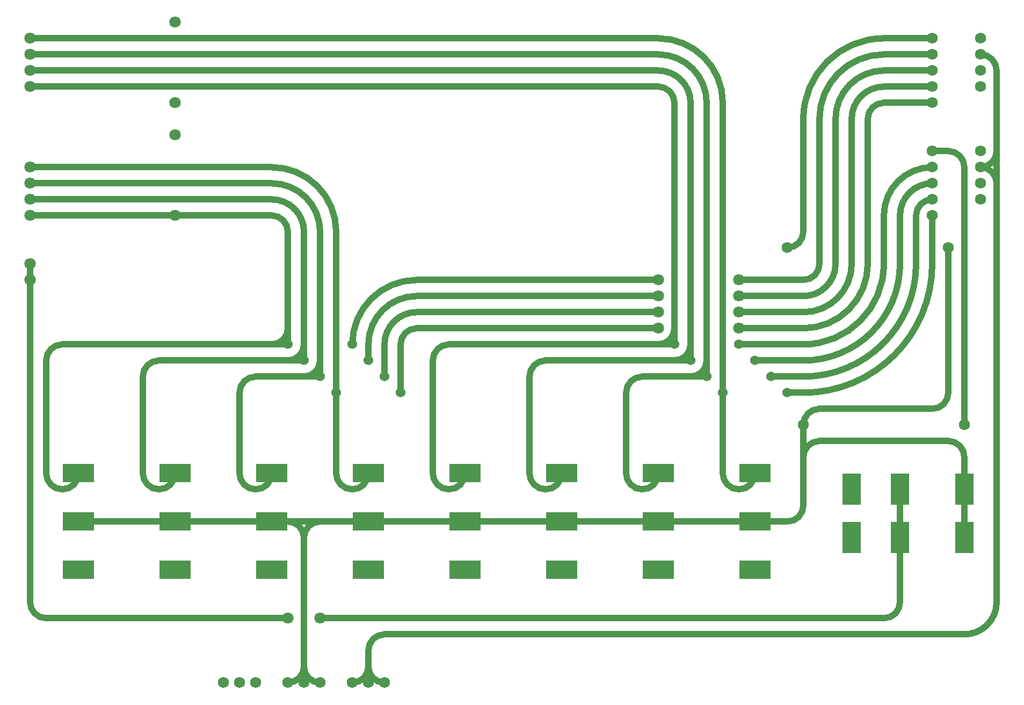
<source format=gbr>
G04 DesignSpark PCB Gerber Version 12.0 Build 5941*
G04 #@! TF.Part,Single*
G04 #@! TF.FileFunction,Copper,L2,Bot*
G04 #@! TF.FilePolarity,Positive*
%FSLAX35Y35*%
%MOIN*%
G04 #@! TA.AperFunction,WasherPad*
%ADD12R,0.11811X0.19685*%
G04 #@! TD.AperFunction*
%ADD10C,0.03937*%
G04 #@! TA.AperFunction,ComponentPad*
%ADD15C,0.06000*%
G04 #@! TA.AperFunction,WasherPad*
%ADD11C,0.06890*%
%ADD13R,0.19685X0.11811*%
%ADD14C,0.07087*%
G04 #@! TD.AperFunction*
X0Y0D02*
D02*
D10*
X20250Y280250D02*
Y270250D01*
Y310250D02*
X110250D01*
X20250Y320250D02*
X170250D01*
G75*
G02*
X190250Y300250I0J-20000D01*
G01*
Y230250D01*
X20250Y330250D02*
X170250D01*
G75*
G02*
X200250Y300250I0J-30000D01*
G01*
Y220250D01*
X20250Y390250D02*
X410250D01*
G75*
G02*
X420250Y380250I0J-10000D01*
G01*
Y240250D01*
X20250Y410250D02*
X410250D01*
G75*
G02*
X440250Y380250I0J-30000D01*
G01*
Y220250D01*
X20250Y420250D02*
X410250D01*
G75*
G02*
X450250Y380250I0J-40000D01*
G01*
Y200250D01*
X110250Y120250D02*
X50250D01*
X110250Y150250D02*
G75*
G02*
X100250Y140250I-10000J0D01*
G01*
G75*
G02*
X90250Y150250I0J10000D01*
G01*
Y210250D01*
G75*
G02*
X100250Y220250I10000J0D01*
G01*
X180250D01*
X170250Y120250D02*
X110250D01*
X170250Y150250D02*
G75*
G02*
X160250Y140250I-10000J0D01*
G01*
G75*
G02*
X150250Y150250I0J10000D01*
G01*
Y200250D01*
G75*
G02*
X160250Y210250I10000J0D01*
G01*
X190250D01*
X170250Y230250D02*
G75*
G03*
X180250Y240250I0J10000D01*
G01*
X170250Y230250D02*
X40250D01*
G75*
G03*
X30250Y220250I0J-10000D01*
G01*
Y150250D01*
G75*
G03*
X40250Y140250I10000J0D01*
G01*
G75*
G03*
X50250Y150250I0J10000D01*
G01*
X180250Y20250D02*
G75*
G03*
X190250Y30250I0J10000D01*
G01*
X180250Y60250D02*
X30250D01*
G75*
G02*
X20250Y70250I0J10000D01*
G01*
Y270250D01*
X180250Y220250D02*
G75*
G03*
X190250Y230250I0J10000D01*
G01*
X180250Y220250D02*
X190250D01*
X180250Y230250D02*
X170250D01*
X180250Y240250D02*
Y230250D01*
Y240250D02*
Y300250D01*
G75*
G03*
X170250Y310250I-10000J0D01*
G01*
X110250D01*
X190250Y20250D02*
Y30250D01*
Y100250D01*
Y110250D01*
G75*
G02*
X200250Y120250I10000J0D01*
G01*
X210250D01*
X190250Y100250D02*
Y110250D01*
G75*
G03*
X180250Y120250I-10000J0D01*
G01*
X170250D01*
X190250Y210250D02*
G75*
G03*
X200250Y220250I0J10000D01*
G01*
X190250Y210250D02*
X200250D01*
X190250Y230250D02*
Y220250D01*
X200250Y20250D02*
G75*
G02*
X190250Y30250I0J10000D01*
G01*
X200250Y60250D02*
X550250D01*
G75*
G03*
X560250Y70250I0J10000D01*
G01*
Y110250D01*
X200250Y220250D02*
Y210250D01*
X210250Y120250D02*
X170250D01*
X210250Y200250D02*
Y300250D01*
G75*
G03*
X170250Y340250I-40000J0D01*
G01*
X20250D01*
X220250Y20250D02*
G75*
G03*
X230250Y30250I0J10000D01*
G01*
X220250Y230250D02*
G75*
G02*
X260250Y270250I40000J0D01*
G01*
X410250D01*
X230250Y30250D02*
Y20250D01*
Y120250D02*
X210250D01*
X230250Y150250D02*
G75*
G02*
X220250Y140250I-10000J0D01*
G01*
G75*
G02*
X210250Y150250I0J10000D01*
G01*
Y200250D01*
X240250Y20250D02*
G75*
G02*
X230250Y30250I0J10000D01*
G01*
X240250Y210250D02*
Y230250D01*
G75*
G02*
X260250Y250250I20000J0D01*
G01*
X410250D01*
X290250Y120250D02*
X230250D01*
X290250Y150250D02*
G75*
G02*
X280250Y140250I-10000J0D01*
G01*
G75*
G02*
X270250Y150250I0J10000D01*
G01*
Y220250D01*
G75*
G02*
X280250Y230250I10000J0D01*
G01*
X410250D01*
X350250Y120250D02*
X290250D01*
X350250Y150250D02*
G75*
G02*
X340250Y140250I-10000J0D01*
G01*
G75*
G02*
X330250Y150250I0J10000D01*
G01*
Y210250D01*
G75*
G02*
X340250Y220250I10000J0D01*
G01*
X420250D01*
X410250Y120250D02*
X350250D01*
X410250Y150250D02*
G75*
G02*
X400250Y140250I-10000J0D01*
G01*
G75*
G02*
X390250Y150250I0J10000D01*
G01*
Y200250D01*
G75*
G02*
X400250Y210250I10000J0D01*
G01*
X430250D01*
X410250Y230250D02*
G75*
G03*
X420250Y240250I0J10000D01*
G01*
X410250Y230250D02*
X420250D01*
X410250Y240250D02*
X260250D01*
G75*
G03*
X250250Y230250I0J-10000D01*
G01*
Y200250D01*
X410250Y260250D02*
X260250D01*
G75*
G03*
X230250Y230250I0J-30000D01*
G01*
Y220250D01*
X420250D02*
G75*
G03*
X430250Y230250I0J10000D01*
G01*
X420250Y220250D02*
X430250D01*
X420250Y230250D02*
Y240250D01*
Y230250D01*
X430250Y210250D02*
G75*
G03*
X440250Y220250I0J10000D01*
G01*
X430250Y210250D02*
X440250D01*
X430250Y220250D02*
Y230250D01*
Y220250D02*
Y230250D01*
Y380250D01*
G75*
G03*
X410250Y400250I-20000J0D01*
G01*
X20250D01*
X440250Y210250D02*
Y220250D01*
Y210250D01*
X460250Y240250D02*
X500250D01*
G75*
G03*
X540250Y280250I0J40000D01*
G01*
Y370250D01*
G75*
G02*
X550250Y380250I10000J0D01*
G01*
X580250D01*
X460250Y260250D02*
X500250D01*
G75*
G03*
X520250Y280250I0J20000D01*
G01*
Y370250D01*
G75*
G02*
X550250Y400250I30000J0D01*
G01*
X580250D01*
X470250Y120250D02*
X410250D01*
X470250Y150250D02*
G75*
G02*
X460250Y140250I-10000J0D01*
G01*
G75*
G02*
X450250Y150250I0J10000D01*
G01*
Y200250D01*
X470250Y220250D02*
X500250D01*
G75*
G03*
X560250Y280250I0J60000D01*
G01*
Y310250D01*
G75*
G02*
X580250Y330250I20000J0D01*
G01*
X490250Y200250D02*
X500250D01*
G75*
G03*
X580250Y280250I0J80000D01*
G01*
Y310250D01*
X490250Y290250D02*
G75*
G03*
X500250Y300250I0J10000D01*
G01*
Y370250D01*
G75*
G02*
X550250Y420250I50000J0D01*
G01*
X580250D01*
X500250Y150250D02*
Y130250D01*
G75*
G02*
X490250Y120250I-10000J0D01*
G01*
X470250D01*
X500250Y180250D02*
Y150250D01*
X560250Y140250D02*
Y110250D01*
X580250Y320250D02*
G75*
G03*
X570250Y310250I0J-10000D01*
G01*
Y280250D01*
G75*
G02*
X500250Y210250I-70000J0D01*
G01*
X480250D01*
X580250Y340250D02*
G75*
G03*
X550250Y310250I0J-30000D01*
G01*
Y280250D01*
G75*
G02*
X500250Y230250I-50000J0D01*
G01*
X460250D01*
X580250Y390250D02*
X550250D01*
G75*
G03*
X530250Y370250I0J-20000D01*
G01*
Y280250D01*
G75*
G02*
X500250Y250250I-30000J0D01*
G01*
X460250D01*
X580250Y410250D02*
X550250D01*
G75*
G03*
X510250Y370250I0J-40000D01*
G01*
Y280250D01*
G75*
G02*
X500250Y270250I-10000J0D01*
G01*
X460250D01*
X590250Y290250D02*
Y200250D01*
G75*
G02*
X580250Y190250I-10000J0D01*
G01*
X510250D01*
G75*
G03*
X500250Y180250I0J-10000D01*
G01*
X600250Y140250D02*
Y160250D01*
G75*
G03*
X590250Y170250I-10000J0D01*
G01*
X510250D01*
G75*
G03*
X500250Y160250I0J-10000D01*
G01*
Y150250D01*
X600250Y140250D02*
Y110250D01*
Y180250D02*
Y340250D01*
G75*
G03*
X590250Y350250I-10000J0D01*
G01*
X580250D01*
X610250Y340250D02*
G75*
G02*
X620250Y330250I0J-10000D01*
G01*
X610250Y340250D02*
G75*
G03*
X620250Y350250I0J10000D01*
G01*
Y330250D02*
Y70250D01*
G75*
G02*
X600250Y50250I-20000J0D01*
G01*
X240250D01*
G75*
G03*
X230250Y40250I0J-10000D01*
G01*
Y30250D01*
X620250Y350250D02*
Y330250D01*
Y350250D02*
Y400250D01*
G75*
G03*
X610250Y410250I-10000J0D01*
G01*
D02*
D11*
X140250Y20250D03*
X150250D03*
X160250D03*
X180250D03*
X190250D03*
X200250D03*
X220250D03*
X230250D03*
X240250D03*
X490250Y290250D03*
X500250Y180250D03*
X580250Y310250D03*
Y320250D03*
Y330250D03*
Y340250D03*
Y350250D03*
Y380250D03*
Y390250D03*
Y400250D03*
Y410250D03*
Y420250D03*
X590250Y290250D03*
X600250Y180250D03*
X610250Y320250D03*
Y330250D03*
Y340250D03*
Y350250D03*
Y390250D03*
Y400250D03*
Y410250D03*
Y420250D03*
D02*
D12*
X530250Y110250D03*
Y140250D03*
X560250Y110250D03*
Y140250D03*
X600250Y110250D03*
Y140250D03*
D02*
D13*
X50250Y90250D03*
Y120250D03*
Y150250D03*
X110250Y90250D03*
Y120250D03*
Y150250D03*
X170250Y90250D03*
Y120250D03*
Y150250D03*
X230250Y90250D03*
Y120250D03*
Y150250D03*
X290250Y90250D03*
Y120250D03*
Y150250D03*
X350250Y90250D03*
Y120250D03*
Y150250D03*
X410250Y90250D03*
Y120250D03*
Y150250D03*
X470250Y90250D03*
Y120250D03*
Y150250D03*
D02*
D14*
X20250Y270250D03*
Y280250D03*
Y310250D03*
Y320250D03*
Y330250D03*
Y340250D03*
Y390250D03*
Y400250D03*
Y410250D03*
Y420250D03*
X110250Y310250D03*
Y360250D03*
Y380250D03*
Y430250D03*
X180250Y60250D03*
X200250D03*
X410250Y240250D03*
Y250250D03*
Y260250D03*
Y270250D03*
X460250Y240250D03*
Y250250D03*
Y260250D03*
Y270250D03*
D02*
D15*
X180250Y230250D03*
X190250Y220250D03*
X200250Y210250D03*
X210250Y200250D03*
X220250Y230250D03*
X230250Y220250D03*
X240250Y210250D03*
X250250Y200250D03*
X420250Y230250D03*
X430250Y220250D03*
X440250Y210250D03*
X450250Y200250D03*
X460250Y230250D03*
X470250Y220250D03*
X480250Y210250D03*
X490250Y200250D03*
X0Y0D02*
M02*

</source>
